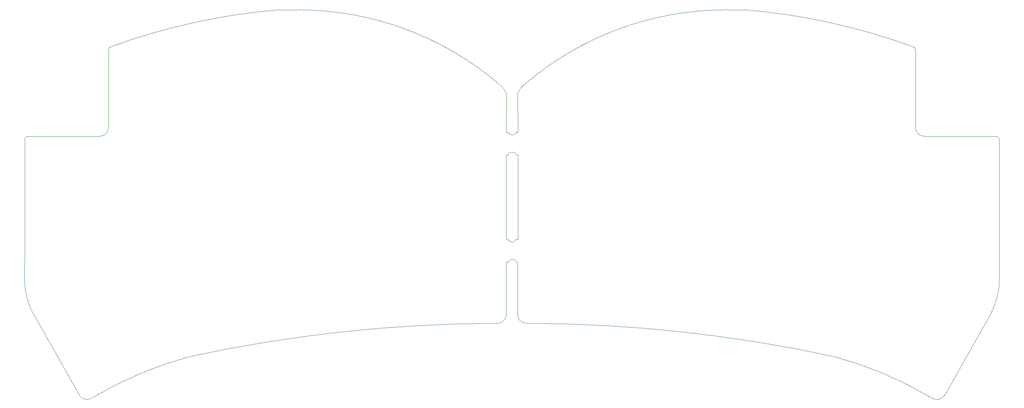
<source format=gbr>
%TF.GenerationSoftware,KiCad,Pcbnew,7.0.6*%
%TF.CreationDate,2023-10-10T10:55:06+08:00*%
%TF.ProjectId,sweepbling-lp__pcb,73776565-7062-46c6-996e-672d6c705f5f,rev?*%
%TF.SameCoordinates,Original*%
%TF.FileFunction,Profile,NP*%
%FSLAX46Y46*%
G04 Gerber Fmt 4.6, Leading zero omitted, Abs format (unit mm)*
G04 Created by KiCad (PCBNEW 7.0.6) date 2023-10-10 10:55:06*
%MOMM*%
%LPD*%
G01*
G04 APERTURE LIST*
%TA.AperFunction,Profile*%
%ADD10C,0.050000*%
%TD*%
G04 APERTURE END LIST*
D10*
X131508500Y-77724000D02*
X131506254Y-89547024D01*
X219998001Y-47763999D02*
X219998045Y-30439419D01*
X223714000Y-108050000D02*
G75*
G03*
X226446000Y-107451265I1070000J1650000D01*
G01*
X219998002Y-47763999D02*
G75*
G03*
X222033002Y-49694917I1999998J69999D01*
G01*
X219563295Y-29758876D02*
G75*
G03*
X182067777Y-21502680I-49442795J-135273424D01*
G01*
X178120389Y-21508136D02*
G75*
G03*
X132893000Y-38265000I-253989J-68728094D01*
G01*
X238688000Y-50442000D02*
G75*
G03*
X237938000Y-49692000I-750000J0D01*
G01*
X132893000Y-38265000D02*
G75*
G03*
X131466055Y-40278702I2445000J-3245000D01*
G01*
X131506295Y-89547021D02*
G75*
G03*
X133544000Y-91383118I1978005J146421D01*
G01*
X219998002Y-30439419D02*
G75*
G03*
X219563290Y-29758889I-750002J19D01*
G01*
X223714000Y-108050000D02*
G75*
G03*
X202185134Y-98863946I-44316000J-74040000D01*
G01*
X222033002Y-49694917D02*
X237938000Y-49692000D01*
X202185135Y-98863940D02*
G75*
G03*
X133544000Y-91383120I-69219135J-316475460D01*
G01*
X238688000Y-58420000D02*
X238688000Y-66548000D01*
X236953304Y-88858150D02*
X226446000Y-107451265D01*
X236953326Y-88858161D02*
G75*
G03*
X238699999Y-81534000I-15027226J7454061D01*
G01*
X182067777Y-21502679D02*
X178120389Y-21508139D01*
X238688000Y-50442000D02*
X238688000Y-58420000D01*
X131466055Y-40278702D02*
X131572000Y-48768000D01*
X129349500Y-48768000D02*
X128960000Y-48768000D01*
X238688000Y-66548000D02*
X238688000Y-75438000D01*
X238688000Y-75438000D02*
X238700000Y-81534000D01*
X129349500Y-72644000D02*
X128960000Y-72644000D01*
X129349500Y-53848000D02*
X128960000Y-53848000D01*
X129349500Y-77724000D02*
X128960000Y-77724000D01*
X131572000Y-53848000D02*
X131572000Y-72644000D01*
X78412223Y-21502679D02*
X82613611Y-21508139D01*
X21792000Y-50442000D02*
X21792000Y-58420000D01*
X128960000Y-77724000D02*
X128975507Y-89545022D01*
X129013944Y-40278702D02*
G75*
G03*
X127586999Y-38265001I-3871944J-1231298D01*
G01*
X126936000Y-91383121D02*
G75*
G03*
X128975506Y-89545022I59500J1984521D01*
G01*
X40481999Y-47763999D02*
X40481955Y-30439419D01*
X21792000Y-66548000D02*
X21792000Y-73914000D01*
X23526696Y-88858150D02*
X34034000Y-107451265D01*
X38446998Y-49694917D02*
G75*
G03*
X40481998Y-47763999I35002J2000917D01*
G01*
X78412223Y-21502679D02*
G75*
G03*
X40916710Y-29758890I11947327J-143529581D01*
G01*
X126936000Y-91383119D02*
G75*
G03*
X58294866Y-98863946I578050J-323956411D01*
G01*
X21779999Y-81534000D02*
G75*
G03*
X23526696Y-88858150I16773851J129950D01*
G01*
X22542000Y-49692000D02*
G75*
G03*
X21792000Y-50442000I0J-750000D01*
G01*
X38446998Y-49694917D02*
X22542000Y-49692000D01*
X21792000Y-58420000D02*
X21792000Y-66548000D01*
X40916692Y-29758850D02*
G75*
G03*
X40481955Y-30439419I315308J-680550D01*
G01*
X34034001Y-107451264D02*
G75*
G03*
X36766000Y-108049999I1661999J1051264D01*
G01*
X127586989Y-38265013D02*
G75*
G03*
X82613611Y-21508139I-44973389J-51973087D01*
G01*
X58294866Y-98863947D02*
G75*
G03*
X36766000Y-108050001I22787134J-83226053D01*
G01*
X21792000Y-73914000D02*
X21780000Y-81534000D01*
X128960000Y-53848000D02*
X128960000Y-72644000D01*
X129013945Y-40278702D02*
X128960000Y-48768000D01*
X131572000Y-48768000D02*
X131254500Y-48768000D01*
X129349502Y-72643999D02*
G75*
G03*
X131254498Y-72644000I952498J380999D01*
G01*
X131572000Y-53848000D02*
X131254500Y-53848000D01*
X131254498Y-77724001D02*
G75*
G03*
X129349502Y-77724000I-952498J-380999D01*
G01*
X131572000Y-72644000D02*
X131254500Y-72644000D01*
X129349502Y-48767999D02*
G75*
G03*
X131254498Y-48768000I952498J380999D01*
G01*
X131508500Y-77724000D02*
X131254500Y-77724000D01*
X131254498Y-53848001D02*
G75*
G03*
X129349502Y-53848000I-952498J-380999D01*
G01*
M02*

</source>
